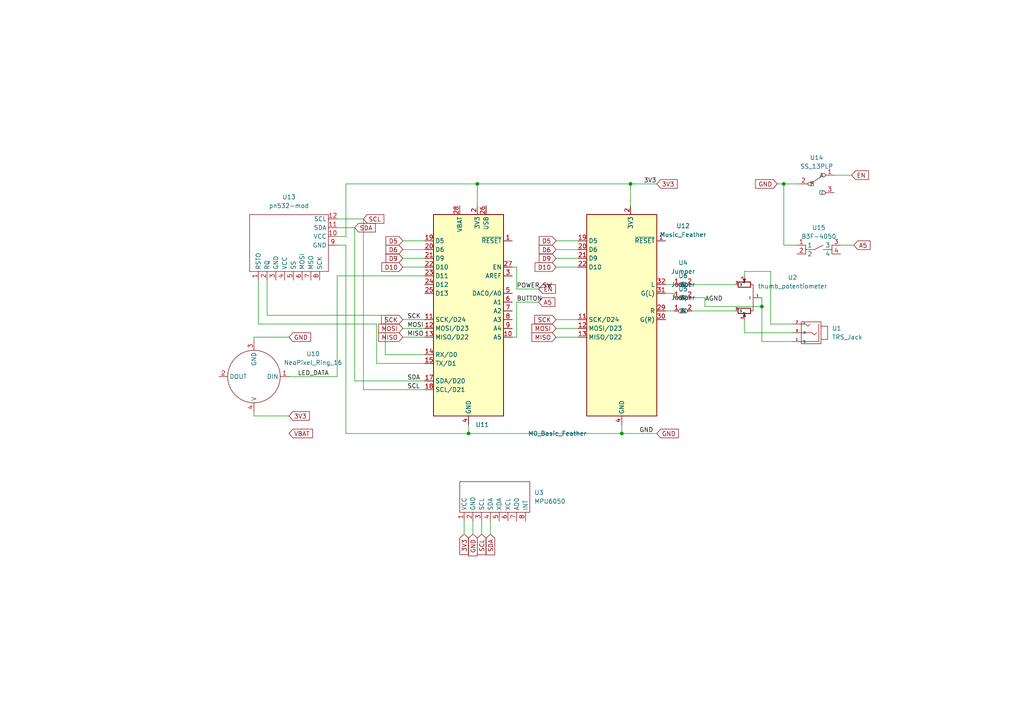
<source format=kicad_sch>
(kicad_sch (version 20211123) (generator eeschema)
  (paper "A4")
  (lib_symbols
    (symbol "MuBu_Components:B3F-4050"
      (property "Reference" "U" (at 0 0 0))
      (property "Value" "B3F-4050" (at 0 2.54 0))
      (symbol "B3F-4050_0_1"
        (polyline (pts (xy -3.81 -2.54) (xy -3.81 0)))
        (polyline (pts (xy -3.81 -1.27) (xy -1.27 -1.27)))
        (polyline (pts (xy -1.27 -1.27) (xy 1.27 0)))
        (polyline (pts (xy 3.81 -2.54) (xy 3.81 0)))
        (polyline (pts (xy 3.81 -1.27) (xy 1.27 -1.27)))
      )
      (symbol "B3F-4050_1_1"
        (pin input line (at -6.35 0 0) (length 2.54) (name "1") (number "1"))
        (pin input line (at -6.35 -2.54 0) (length 2.54) (name "2") (number "2"))
        (pin input line (at 6.35 0 180) (length 2.54) (name "3") (number "3"))
        (pin input line (at 6.35 -2.54 180) (length 2.54) (name "4") (number "4"))
      )
    )
    (symbol "MuBu_Components:Jumper"
      (property "Reference" "U" (at 0 1.905 0))
      (property "Value" "Jumper" (at 0 -1.905 0))
      (symbol "Jumper_0_1"
        (arc (start -1.27 0) (mid -1.084 -0.449) (end -0.635 -0.635))
        (arc (start -0.635 0.635) (mid -1.084 0.449) (end -1.27 0))
        (polyline (pts (xy -0.635 -0.635) (xy -0.635 0.635)))
        (polyline (pts (xy 0.635 -0.635) (xy 0.635 0.635)))
        (arc (start 0.635 -0.635) (mid 1.084 -0.449) (end 1.27 0))
        (arc (start 1.27 0) (mid 1.084 0.449) (end 0.635 0.635))
      )
      (symbol "Jumper_1_1"
        (pin input line (at -2.54 0 0) (length 1.27) (name "A") (number "1"))
        (pin input line (at 2.54 0 180) (length 1.27) (name "B") (number "2"))
      )
    )
    (symbol "MuBu_Components:M0_Basic_Feather"
      (property "Reference" "U" (at 0 0 0))
      (property "Value" "M0_Basic_Feather" (at 0 0 0))
      (symbol "M0_Basic_Feather_0_1"
        (rectangle (start -10.16 30.48) (end 10.16 -27.94) (stroke (width 0.254)) (fill (type background)))
      )
      (symbol "M0_Basic_Feather_1_1"
        (pin input line (at 12.7 22.86 180) (length 2.54) (name "~{RESET}") (number "1"))
        (pin bidirectional line (at 12.7 -5.08 180) (length 2.54) (name "A5") (number "10"))
        (pin bidirectional line (at -12.7 0 0) (length 2.54) (name "SCK/D24") (number "11"))
        (pin bidirectional line (at -12.7 -2.54 0) (length 2.54) (name "MOSI/D23") (number "12"))
        (pin bidirectional line (at -12.7 -5.08 0) (length 2.54) (name "MISO/D22") (number "13"))
        (pin bidirectional line (at -12.7 -10.16 0) (length 2.54) (name "RX/D0") (number "14"))
        (pin bidirectional line (at -12.7 -12.7 0) (length 2.54) (name "TX/D1") (number "15"))
        (pin passive line (at 0 -30.48 90) (length 2.54) hide (name "GND") (number "16"))
        (pin bidirectional line (at -12.7 -17.78 0) (length 2.54) (name "SDA/D20") (number "17"))
        (pin bidirectional line (at -12.7 -20.32 0) (length 2.54) (name "SCL/D21") (number "18"))
        (pin bidirectional line (at -12.7 22.86 0) (length 2.54) (name "D5") (number "19"))
        (pin power_in line (at 2.54 33.02 270) (length 2.54) (name "3V3") (number "2"))
        (pin bidirectional line (at -12.7 20.32 0) (length 2.54) (name "D6") (number "20"))
        (pin bidirectional line (at -12.7 17.78 0) (length 2.54) (name "D9") (number "21"))
        (pin bidirectional line (at -12.7 15.24 0) (length 2.54) (name "D10") (number "22"))
        (pin bidirectional line (at -12.7 12.7 0) (length 2.54) (name "D11") (number "23"))
        (pin bidirectional line (at -12.7 10.16 0) (length 2.54) (name "D12") (number "24"))
        (pin bidirectional line (at -12.7 7.62 0) (length 2.54) (name "D13") (number "25"))
        (pin power_in line (at 5.08 33.02 270) (length 2.54) (name "USB") (number "26"))
        (pin input line (at 12.7 15.24 180) (length 2.54) (name "EN") (number "27"))
        (pin power_in line (at -2.54 33.02 270) (length 2.54) (name "VBAT") (number "28"))
        (pin input line (at 12.7 12.7 180) (length 2.54) (name "AREF") (number "3"))
        (pin power_in line (at 0 -30.48 90) (length 2.54) (name "GND") (number "4"))
        (pin bidirectional line (at 12.7 7.62 180) (length 2.54) (name "DAC0/A0") (number "5"))
        (pin bidirectional line (at 12.7 5.08 180) (length 2.54) (name "A1") (number "6"))
        (pin bidirectional line (at 12.7 2.54 180) (length 2.54) (name "A2") (number "7"))
        (pin bidirectional line (at 12.7 0 180) (length 2.54) (name "A3") (number "8"))
        (pin bidirectional line (at 12.7 -2.54 180) (length 2.54) (name "A4") (number "9"))
      )
    )
    (symbol "MuBu_Components:MPU6050"
      (property "Reference" "U" (at 8.89 13.335 0))
      (property "Value" "MPU6050" (at 8.89 9.525 0))
      (symbol "MPU6050_0_1"
        (polyline (pts (xy 19.05 2.54) (xy -1.27 2.54) (xy -1.27 11.43) (xy 19.05 11.43) (xy 19.05 2.54)))
      )
      (symbol "MPU6050_1_1"
        (pin input line (at 0 0 90) (length 2.54) (name "VCC") (number "1"))
        (pin input line (at 2.54 0 90) (length 2.54) (name "GND") (number "2"))
        (pin input line (at 5.08 0 90) (length 2.54) (name "SCL") (number "3"))
        (pin input line (at 7.62 0 90) (length 2.54) (name "SDA") (number "4"))
        (pin input line (at 10.16 0 90) (length 2.54) (name "XDA") (number "5"))
        (pin input line (at 12.7 0 90) (length 2.54) (name "XCL") (number "6"))
        (pin input line (at 15.24 0 90) (length 2.54) (name "AD0") (number "7"))
        (pin input line (at 17.78 0 90) (length 2.54) (name "INT") (number "8"))
      )
    )
    (symbol "MuBu_Components:Music_Feather"
      (property "Reference" "U" (at 0 0 0))
      (property "Value" "Music_Feather" (at 0 0 0))
      (symbol "Music_Feather_0_1"
        (rectangle (start -10.16 30.48) (end 10.16 -27.94) (stroke (width 0.254)) (fill (type background)))
      )
      (symbol "Music_Feather_1_1"
        (pin input line (at 12.7 22.86 180) (length 2.54) (name "~{RESET}") (number "1"))
        (pin bidirectional line (at -12.7 0 0) (length 2.54) (name "SCK/D24") (number "11"))
        (pin bidirectional line (at -12.7 -2.54 0) (length 2.54) (name "MOSI/D23") (number "12"))
        (pin bidirectional line (at -12.7 -5.08 0) (length 2.54) (name "MISO/D22") (number "13"))
        (pin passive line (at 0 -30.48 90) (length 2.54) hide (name "GND") (number "16"))
        (pin bidirectional line (at -12.7 22.86 0) (length 2.54) (name "D5") (number "19"))
        (pin power_in line (at 2.54 33.02 270) (length 2.54) (name "3V3") (number "2"))
        (pin bidirectional line (at -12.7 20.32 0) (length 2.54) (name "D6") (number "20"))
        (pin bidirectional line (at -12.7 17.78 0) (length 2.54) (name "D9") (number "21"))
        (pin bidirectional line (at -12.7 15.24 0) (length 2.54) (name "D10") (number "22"))
        (pin input line (at 12.7 2.54 180) (length 2.54) (name "R") (number "29"))
        (pin input line (at 12.7 0 180) (length 2.54) (name "G(R)") (number "30"))
        (pin input line (at 12.7 7.62 180) (length 2.54) (name "G(L)") (number "31"))
        (pin input line (at 12.7 10.16 180) (length 2.54) (name "L") (number "32"))
        (pin power_in line (at 0 -30.48 90) (length 2.54) (name "GND") (number "4"))
      )
    )
    (symbol "MuBu_Components:NeoPixel_Ring_16"
      (property "Reference" "U" (at 0 0 0))
      (property "Value" "NeoPixel_Ring_16" (at 0 0 0))
      (symbol "NeoPixel_Ring_16_0_1"
        (circle (center 0 0) (radius 7.62))
      )
      (symbol "NeoPixel_Ring_16_1_1"
        (pin input line (at 0 10.16 270) (length 2.54) (name "DIN") (number "1"))
        (pin output line (at 0 -10.16 90) (length 2.54) (name "DOUT") (number "2"))
        (pin power_in line (at -10.16 0 0) (length 2.54) (name "GND") (number "3"))
        (pin power_in line (at 10.16 0 180) (length 2.54) (name "V") (number "4"))
      )
    )
    (symbol "MuBu_Components:SS_13PLP"
      (property "Reference" "U" (at 0 0 0))
      (property "Value" "SS_13PLP" (at 0 0 0))
      (symbol "SS_13PLP_0_0"
        (circle (center -3.937 0) (radius 0.508))
        (circle (center 0.127 -2.54) (radius 0.508))
      )
      (symbol "SS_13PLP_0_1"
        (polyline (pts (xy -3.429 0.254) (xy -0.254 2.286)))
        (circle (center 0.127 2.54) (radius 0.508))
      )
      (symbol "SS_13PLP_1_1"
        (pin passive line (at 3.175 2.54 180) (length 2.54) (name "A") (number "1"))
        (pin passive line (at -6.985 0 0) (length 2.54) (name "B") (number "2"))
        (pin passive line (at 3.175 -2.54 180) (length 2.54) (name "C") (number "3"))
      )
    )
    (symbol "MuBu_Components:TRS_Jack"
      (property "Reference" "U" (at 0 0 0))
      (property "Value" "TRS_Jack" (at 0 0 0))
      (symbol "TRS_Jack_0_1"
        (polyline (pts (xy 2.54 0) (xy 2.54 5.08) (xy -2.54 5.08)))
        (polyline (pts (xy -2.54 0) (xy -2.54 1.27) (xy -1.905 1.905) (xy -2.54 2.54)))
        (polyline (pts (xy -1.905 5.715) (xy -1.905 7.62) (xy 1.905 7.62) (xy 1.905 5.715)))
        (polyline (pts (xy 0 0) (xy 0 3.175) (xy 0.635 3.81) (xy 0 4.445)))
        (polyline (pts (xy 3.175 0) (xy -3.175 0) (xy -3.175 5.715) (xy 3.175 5.715) (xy 3.175 0)))
      )
      (symbol "TRS_Jack_1_1"
        (pin passive line (at 2.54 -2.54 90) (length 2.54) (name "S") (number "1"))
        (pin passive line (at -2.54 -2.54 90) (length 2.54) (name "T") (number "2"))
        (pin passive line (at 0 -2.54 90) (length 2.54) (name "R") (number "3"))
      )
    )
    (symbol "MuBu_Components:pn532-mod"
      (property "Reference" "U" (at 0 0 0))
      (property "Value" "pn532-mod" (at 0 0 0))
      (symbol "pn532-mod_0_1"
        (rectangle (start -10.16 8.89) (end 12.7 -7.62))
      )
      (symbol "pn532-mod_1_1"
        (pin input line (at -7.62 -10.16 90) (length 2.54) (name "RSTO") (number "1"))
        (pin input line (at 15.24 2.54 180) (length 2.54) (name "VCC") (number "10"))
        (pin input line (at 15.24 5.08 180) (length 2.54) (name "SDA") (number "11"))
        (pin input line (at 15.24 7.62 180) (length 2.54) (name "SCL") (number "12"))
        (pin input line (at -5.08 -10.16 90) (length 2.54) (name "RQ") (number "2"))
        (pin input line (at -2.54 -10.16 90) (length 2.54) (name "GND") (number "3"))
        (pin input line (at 0 -10.16 90) (length 2.54) (name "VCC") (number "4"))
        (pin input line (at 2.54 -10.16 90) (length 2.54) (name "SS") (number "5"))
        (pin input line (at 5.08 -10.16 90) (length 2.54) (name "MOSI") (number "6"))
        (pin input line (at 7.62 -10.16 90) (length 2.54) (name "MSO") (number "7"))
        (pin input line (at 10.16 -10.16 90) (length 2.54) (name "SCK") (number "8"))
        (pin input line (at 15.24 0 180) (length 2.54) (name "GND") (number "9"))
      )
    )
    (symbol "MuBu_Components:thumb_potentiometer"
      (property "Reference" "U" (at 0 0 0))
      (property "Value" "thumb_potentiometer" (at 0 -8.89 0))
      (symbol "thumb_potentiometer_0_1"
        (rectangle (start -4.572 -1.8034) (end -3.048 1.8034) (stroke (width 0.254)))
        (polyline (pts (xy 3.81 -1.905) (xy 3.81 -2.54) (xy -3.81 -2.54) (xy -3.81 -1.905)))
        (polyline (pts (xy -4.699 0) (xy -4.445 0) (xy -5.461 -0.381) (xy -5.461 0.381) (xy -4.445 0) (xy -4.699 0)) (fill (type outline)))
        (polyline (pts (xy 4.699 0) (xy 4.445 0) (xy 5.461 0.381) (xy 5.461 -0.381) (xy 4.445 0) (xy 4.699 0)) (fill (type outline)))
        (rectangle (start 4.572 1.8034) (end 3.048 -1.8034) (stroke (width 0.254)))
      )
      (symbol "thumb_potentiometer_1_1"
        (pin passive line (at 0 -5.08 90) (length 2.54) (name "1") (number "1"))
        (pin passive line (at 6.35 0 180) (length 0.9906) (name "2") (number "2"))
        (pin passive line (at -3.81 2.54 270) (length 0.635) (name "3") (number "3"))
        (pin passive line (at -6.35 0 0) (length 0.9906) (name "4") (number "4"))
        (pin passive line (at 3.81 2.54 270) (length 0.635) (name "5") (number "5"))
      )
    )
  )
  (junction (at 138.43 53.34))
  (junction (at 227.33 53.34))
  (junction (at 182.88 53.34))
  (junction (at 180.34 125.73))
  (junction (at 220.98 88.9))
  (junction (at 135.89 125.73))
  (wire (pts (xy 123.19 105.41) (xy 109.22 105.41)))
  (wire (pts (xy 225.425 53.34) (xy 227.33 53.34)))
  (wire (pts (xy 220.98 88.9) (xy 204.47 88.9)))
  (wire (pts (xy 77.47 91.44) (xy 111.76 91.44)))
  (wire (pts (xy 223.52 93.98) (xy 229.87 93.98)))
  (wire (pts (xy 149.86 97.79) (xy 149.86 87.63)))
  (wire (pts (xy 73.66 119.38) (xy 73.66 120.65)))
  (wire (pts (xy 182.88 53.34) (xy 182.88 59.69)))
  (wire (pts (xy 138.43 53.34) (xy 182.88 53.34)))
  (wire (pts (xy 116.84 92.71) (xy 123.19 92.71)))
  (wire (pts (xy 142.24 151.13) (xy 142.24 154.94)))
  (wire (pts (xy 227.33 53.34) (xy 227.33 71.12)))
  (wire (pts (xy 220.98 99.06) (xy 229.87 99.06)))
  (wire (pts (xy 161.29 77.47) (xy 167.64 77.47)))
  (wire (pts (xy 200.66 86.36) (xy 204.47 86.36)))
  (wire (pts (xy 109.22 105.41) (xy 109.22 93.98)))
  (wire (pts (xy 83.82 120.65) (xy 73.66 120.65)))
  (wire (pts (xy 97.79 68.58) (xy 100.33 68.58)))
  (wire (pts (xy 105.41 63.5) (xy 105.41 113.03)))
  (wire (pts (xy 100.33 53.34) (xy 100.33 68.58)))
  (wire (pts (xy 109.22 93.98) (xy 74.93 93.98)))
  (wire (pts (xy 135.89 125.73) (xy 180.34 125.73)))
  (wire (pts (xy 100.33 71.12) (xy 100.33 125.73)))
  (wire (pts (xy 100.33 53.34) (xy 138.43 53.34)))
  (wire (pts (xy 97.79 71.12) (xy 100.33 71.12)))
  (wire (pts (xy 223.52 78.74) (xy 223.52 93.98)))
  (wire (pts (xy 241.935 50.8) (xy 247.015 50.8)))
  (wire (pts (xy 111.76 102.87) (xy 123.19 102.87)))
  (wire (pts (xy 215.9 78.74) (xy 215.9 80.01)))
  (wire (pts (xy 149.86 77.47) (xy 149.86 83.82)))
  (wire (pts (xy 137.16 151.13) (xy 137.16 154.94)))
  (wire (pts (xy 102.87 110.49) (xy 123.19 110.49)))
  (wire (pts (xy 135.89 123.19) (xy 135.89 125.73)))
  (wire (pts (xy 193.04 90.17) (xy 195.58 90.17)))
  (wire (pts (xy 204.47 88.9) (xy 204.47 86.36)))
  (wire (pts (xy 149.86 83.82) (xy 156.21 83.82)))
  (wire (pts (xy 220.98 88.9) (xy 220.98 99.06)))
  (wire (pts (xy 161.29 69.85) (xy 167.64 69.85)))
  (wire (pts (xy 97.79 109.22) (xy 97.79 80.01)))
  (wire (pts (xy 215.9 96.52) (xy 229.87 96.52)))
  (wire (pts (xy 227.33 53.34) (xy 231.775 53.34)))
  (wire (pts (xy 223.52 78.74) (xy 215.9 78.74)))
  (wire (pts (xy 180.34 125.73) (xy 180.34 123.19)))
  (wire (pts (xy 161.29 74.93) (xy 167.64 74.93)))
  (wire (pts (xy 100.33 125.73) (xy 135.89 125.73)))
  (wire (pts (xy 97.79 80.01) (xy 123.19 80.01)))
  (wire (pts (xy 111.76 91.44) (xy 111.76 102.87)))
  (wire (pts (xy 139.7 151.13) (xy 139.7 154.94)))
  (wire (pts (xy 193.04 85.09) (xy 195.58 85.09)))
  (wire (pts (xy 148.59 97.79) (xy 149.86 97.79)))
  (wire (pts (xy 149.86 87.63) (xy 156.21 87.63)))
  (wire (pts (xy 134.62 151.13) (xy 134.62 154.94)))
  (wire (pts (xy 180.34 125.73) (xy 190.5 125.73)))
  (wire (pts (xy 227.33 71.12) (xy 231.14 71.12)))
  (wire (pts (xy 73.66 97.79) (xy 83.82 97.79)))
  (wire (pts (xy 77.47 81.28) (xy 77.47 91.44)))
  (wire (pts (xy 83.82 109.22) (xy 97.79 109.22)))
  (wire (pts (xy 161.29 95.25) (xy 167.64 95.25)))
  (wire (pts (xy 102.87 66.04) (xy 97.79 66.04)))
  (wire (pts (xy 102.87 110.49) (xy 102.87 66.04)))
  (wire (pts (xy 138.43 59.69) (xy 138.43 53.34)))
  (wire (pts (xy 116.84 77.47) (xy 123.19 77.47)))
  (wire (pts (xy 73.66 99.06) (xy 73.66 97.79)))
  (wire (pts (xy 215.9 92.71) (xy 215.9 96.52)))
  (wire (pts (xy 105.41 113.03) (xy 123.19 113.03)))
  (wire (pts (xy 74.93 81.28) (xy 74.93 93.98)))
  (wire (pts (xy 116.84 69.85) (xy 123.19 69.85)))
  (wire (pts (xy 97.79 63.5) (xy 105.41 63.5)))
  (wire (pts (xy 116.84 72.39) (xy 123.19 72.39)))
  (wire (pts (xy 200.66 90.17) (xy 213.36 90.17)))
  (wire (pts (xy 220.98 86.36) (xy 220.98 88.9)))
  (wire (pts (xy 116.84 97.79) (xy 123.19 97.79)))
  (wire (pts (xy 148.59 77.47) (xy 149.86 77.47)))
  (wire (pts (xy 116.84 74.93) (xy 123.19 74.93)))
  (wire (pts (xy 182.88 53.34) (xy 190.5 53.34)))
  (wire (pts (xy 243.84 71.12) (xy 247.65 71.12)))
  (wire (pts (xy 195.58 86.36) (xy 195.58 85.09)))
  (wire (pts (xy 161.29 97.79) (xy 167.64 97.79)))
  (wire (pts (xy 200.66 82.55) (xy 213.36 82.55)))
  (wire (pts (xy 161.29 72.39) (xy 167.64 72.39)))
  (wire (pts (xy 161.29 92.71) (xy 167.64 92.71)))
  (wire (pts (xy 193.04 82.55) (xy 195.58 82.55)))
  (wire (pts (xy 116.84 95.25) (xy 123.19 95.25)))
  (label "AGND" (at 204.47 87.63 0))
  (label "POWER_SW" (at 149.86 83.82 0))
  (label "MISO" (at 118.11 97.79 0))
  (label "SCL" (at 118.11 113.03 0))
  (label "BUTTON" (at 149.86 87.63 0))
  (label "SDA" (at 118.11 110.49 0))
  (label "MOSI" (at 118.11 95.25 0))
  (label "SCK" (at 118.11 92.71 0))
  (label "GND" (at 185.42 125.73 0))
  (label "LED_DATA" (at 86.36 109.22 0))
  (label "3V3" (at 186.69 53.34 0))
  (global_label "3V3" (shape input) (at 190.5 53.34 0) (property "Intersheet References" "${INTERSHEET_REFS}" (effects hide)))
  (global_label "SCK" (shape input) (at 161.29 92.71 180) (property "Intersheet References" "${INTERSHEET_REFS}" (effects hide)))
  (global_label "3V3" (shape input) (at 83.82 120.65 0) (property "Intersheet References" "${INTERSHEET_REFS}" (effects hide)))
  (global_label "GND" (shape input) (at 83.82 97.79 0) (property "Intersheet References" "${INTERSHEET_REFS}" (effects hide)))
  (global_label "D5" (shape input) (at 116.84 69.85 180) (property "Intersheet References" "${INTERSHEET_REFS}" (effects hide)))
  (global_label "GND" (shape input) (at 190.5 125.73 0) (property "Intersheet References" "${INTERSHEET_REFS}" (effects hide)))
  (global_label "D6" (shape input) (at 161.29 72.39 180) (property "Intersheet References" "${INTERSHEET_REFS}" (effects hide)))
  (global_label "A5" (shape input) (at 156.21 87.63 0) (property "Intersheet References" "${INTERSHEET_REFS}" (effects hide)))
  (global_label "EN" (shape input) (at 156.21 83.82 0) (property "Intersheet References" "${INTERSHEET_REFS}" (effects hide)))
  (global_label "A5" (shape input) (at 247.65 71.12 0) (property "Intersheet References" "${INTERSHEET_REFS}" (effects hide)))
  (global_label "GND" (shape input) (at 225.425 53.34 180) (property "Intersheet References" "${INTERSHEET_REFS}" (effects hide)))
  (global_label "MOSI" (shape input) (at 161.29 95.25 180) (property "Intersheet References" "${INTERSHEET_REFS}" (effects hide)))
  (global_label "D10" (shape input) (at 116.84 77.47 180) (property "Intersheet References" "${INTERSHEET_REFS}" (effects hide)))
  (global_label "GND" (shape input) (at 137.16 154.94 270) (property "Intersheet References" "${INTERSHEET_REFS}" (effects hide)))
  (global_label "3V3" (shape input) (at 134.62 154.94 270) (property "Intersheet References" "${INTERSHEET_REFS}" (effects hide)))
  (global_label "D9" (shape input) (at 161.29 74.93 180) (property "Intersheet References" "${INTERSHEET_REFS}" (effects hide)))
  (global_label "D10" (shape input) (at 161.29 77.47 180) (property "Intersheet References" "${INTERSHEET_REFS}" (effects hide)))
  (global_label "D5" (shape input) (at 161.29 69.85 180) (property "Intersheet References" "${INTERSHEET_REFS}" (effects hide)))
  (global_label "MISO" (shape input) (at 161.29 97.79 180) (property "Intersheet References" "${INTERSHEET_REFS}" (effects hide)))
  (global_label "SDA" (shape input) (at 102.87 66.04 0) (property "Intersheet References" "${INTERSHEET_REFS}" (effects hide)))
  (global_label "EN" (shape input) (at 247.015 50.8 0) (property "Intersheet References" "${INTERSHEET_REFS}" (effects hide)))
  (global_label "SCL" (shape input) (at 139.7 154.94 270) (property "Intersheet References" "${INTERSHEET_REFS}" (effects hide)))
  (global_label "D6" (shape input) (at 116.84 72.39 180) (property "Intersheet References" "${INTERSHEET_REFS}" (effects hide)))
  (global_label "D9" (shape input) (at 116.84 74.93 180) (property "Intersheet References" "${INTERSHEET_REFS}" (effects hide)))
  (global_label "SCK" (shape input) (at 116.84 92.71 180) (property "Intersheet References" "${INTERSHEET_REFS}" (effects hide)))
  (global_label "SDA" (shape input) (at 142.24 154.94 270) (property "Intersheet References" "${INTERSHEET_REFS}" (effects hide)))
  (global_label "SCL" (shape input) (at 105.41 63.5 0) (property "Intersheet References" "${INTERSHEET_REFS}" (effects hide)))
  (global_label "VBAT" (shape input) (at 83.82 125.73 0) (property "Intersheet References" "${INTERSHEET_REFS}" (effects hide)))
  (global_label "MISO" (shape input) (at 116.84 97.79 180) (property "Intersheet References" "${INTERSHEET_REFS}" (effects hide)))
  (global_label "MOSI" (shape input) (at 116.84 95.25 180) (property "Intersheet References" "${INTERSHEET_REFS}" (effects hide)))
  (symbol (lib_id "MuBu_Components:Jumper") (at 198.12 86.36 0) (unit 1)
    (property "Reference" "U6" (at 198.12 80.01 0))
    (property "Value" "Jumper" (at 198.12 82.55 0))
    (property "Footprint" "MuBu_V3:Jumper" (effects hide))
  )
  (symbol (lib_id "MuBu_Components:M0_Basic_Feather") (at 135.89 92.71 0) (unit 1)
    (property "Reference" "U11" (at 137.9094 123.19 0) (effects (justify left)))
    (property "Value" "M0_Basic_Feather" (at 153.1494 125.73 0) (effects (justify left)))
    (property "Footprint" "MuBu_V3:M0_Basic_Feather" (effects hide))
    (property "Datasheet" "https://learn.adafruit.com/adafruit-feather-m0-basic-proto/" (effects hide))
  )
  (symbol (lib_id "MuBu_Components:pn532-mod") (at 82.55 71.12 0) (unit 1)
    (property "Reference" "U13" (at 83.82 57.15 0))
    (property "Value" "pn532-mod" (at 83.82 59.69 0))
    (property "Footprint" "MuBu_V3:PN532-MOD" (effects hide))
    (property "Datasheet" "https://www.berrybase.de/Pixelpdfdata/Articlepdf/id/10884/onumber/PN532-MOD" (effects hide))
  )
  (symbol (lib_id "MuBu_Components:NeoPixel_Ring_16") (at 73.66 109.22 270) (unit 1)
    (property "Reference" "U10" (at 90.805 102.6412 90))
    (property "Value" "NeoPixel_Ring_16" (at 90.805 105.1812 90))
    (property "Footprint" "MuBu_V3:neopixel_ring_16" (effects hide))
    (property "Datasheet" "https://learn.adafruit.com/adafruit-neopixel-uberguide/downloads" (effects hide))
  )
  (symbol (lib_id "MuBu_Components:Music_Feather") (at 180.34 92.71 0) (unit 1)
    (property "Reference" "U12" (at 198.12 65.5193 0))
    (property "Value" "Music_Feather" (at 198.12 68.0593 0))
    (property "Footprint" "MuBu_V3:Music_Feather" (effects hide))
    (property "Datasheet" "https://learn.adafruit.com/adafruit-music-maker-featherwing/overview" (effects hide))
  )
  (symbol (lib_id "MuBu_Components:Jumper") (at 198.12 90.17 0) (unit 1)
    (property "Reference" "U5" (at 198.12 83.82 0))
    (property "Value" "Jumper" (at 198.12 86.36 0))
    (property "Footprint" "MuBu_V3:Jumper" (effects hide))
  )
  (symbol (lib_id "MuBu_Components:Jumper") (at 198.12 82.55 0) (unit 1)
    (property "Reference" "U4" (at 198.12 76.2 0))
    (property "Value" "Jumper" (at 198.12 78.74 0))
    (property "Footprint" "MuBu_V3:Jumper" (effects hide))
  )
  (symbol (lib_id "MuBu_Components:SS_13PLP") (at 238.76 53.34 0) (unit 1)
    (property "Reference" "U14" (at 236.855 45.72 0))
    (property "Value" "SS_13PLP" (at 236.855 48.26 0))
    (property "Footprint" "MuBu_V3:SS_13PLP" (effects hide))
    (property "Datasheet" "https://cdn-reichelt.de/documents/datenblatt/C200/DS_T80-S.pdf" (effects hide))
  )
  (symbol (lib_id "MuBu_Components:MPU6050") (at 134.62 151.13 0) (unit 1)
    (property "Reference" "U3" (at 154.94 142.8749 0) (effects (justify left)))
    (property "Value" "MPU6050" (at 154.94 145.4149 0) (effects (justify left)))
    (property "Footprint" "MuBu_V3:MPU6050" (effects hide))
  )
  (symbol (lib_id "MuBu_Components:thumb_potentiometer") (at 215.9 86.36 90) (mirror x) (unit 1)
    (property "Reference" "U2" (at 229.87 80.4797 90))
    (property "Value" "thumb_potentiometer" (at 229.87 83.0197 90))
    (property "Footprint" "MuBu_V3:thumb_potentiometer" (effects hide))
    (property "Datasheet" "https://www.mouser.de/datasheet/2/15/RKJ1-1370680.pdf" (effects hide))
  )
  (symbol (lib_id "MuBu_Components:TRS_Jack") (at 232.41 96.52 270) (unit 1)
    (property "Reference" "U1" (at 241.3 95.2499 90) (effects (justify left)))
    (property "Value" "TRS_Jack" (at 241.3 97.7899 90) (effects (justify left)))
    (property "Footprint" "MuBu_V3:STX-3501" (effects hide))
    (property "Datasheet" "https://www.mouser.de/datasheet/2/222/STX-3501-334671.pdf" (effects hide))
  )
  (symbol (lib_id "MuBu_Components:B3F-4050") (at 237.49 71.12 0) (unit 1)
    (property "Reference" "U15" (at 237.49 66.04 0))
    (property "Value" "B3F-4050" (at 237.49 68.58 0))
    (property "Footprint" "MuBu_V3:B3F-4050" (effects hide))
  )
)
</source>
